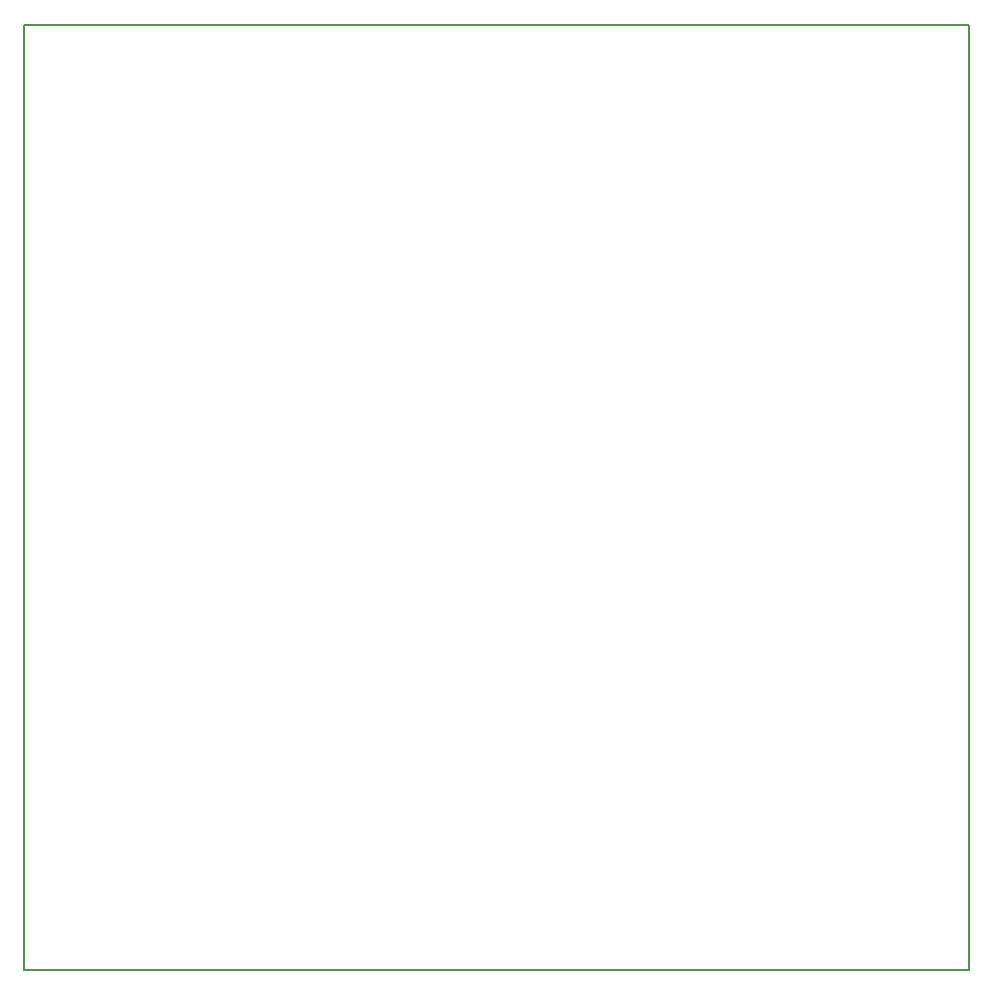
<source format=gbr>
G04 DipTrace 2.4.0.2*
%INBoardOutline.gbr*%
%MOMM*%
%ADD11C,0.14*%
%FSLAX53Y53*%
G04*
G71*
G90*
G75*
G01*
%LNBoardOutline*%
%LPD*%
X0Y0D2*
D11*
X80000D1*
Y80000D1*
X0D1*
Y0D1*
M02*

</source>
